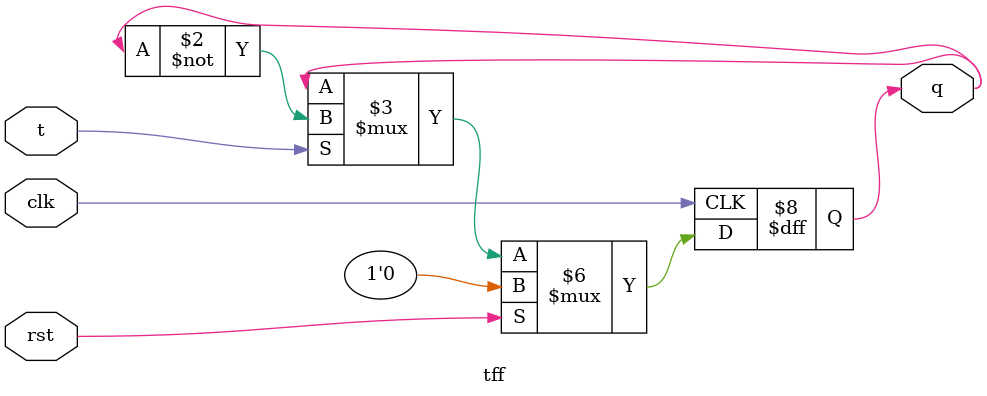
<source format=v>
module tff(input clk,
           input t,
           input rst,
             output reg q
             
           );

always @(posedge clk)
begin
if(rst)
q<=1'b0;
else if(t)
q<=~q;
end

endmodule


</source>
